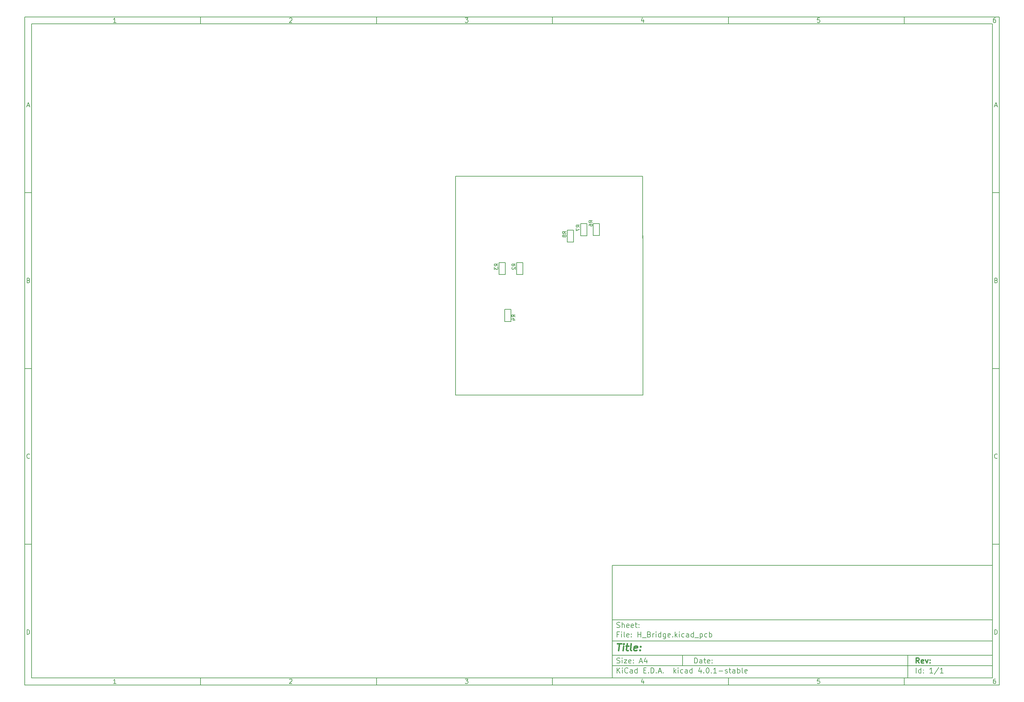
<source format=gbr>
G04 #@! TF.FileFunction,Legend,Bot*
%FSLAX46Y46*%
G04 Gerber Fmt 4.6, Leading zero omitted, Abs format (unit mm)*
G04 Created by KiCad (PCBNEW 4.0.1-stable) date 2/4/2016 7:17:40 PM*
%MOMM*%
G01*
G04 APERTURE LIST*
%ADD10C,0.100000*%
%ADD11C,0.150000*%
%ADD12C,0.300000*%
%ADD13C,0.400000*%
G04 APERTURE END LIST*
D10*
D11*
X177002200Y-166007200D02*
X177002200Y-198007200D01*
X285002200Y-198007200D01*
X285002200Y-166007200D01*
X177002200Y-166007200D01*
D10*
D11*
X10000000Y-10000000D02*
X10000000Y-200007200D01*
X287002200Y-200007200D01*
X287002200Y-10000000D01*
X10000000Y-10000000D01*
D10*
D11*
X12000000Y-12000000D02*
X12000000Y-198007200D01*
X285002200Y-198007200D01*
X285002200Y-12000000D01*
X12000000Y-12000000D01*
D10*
D11*
X60000000Y-12000000D02*
X60000000Y-10000000D01*
D10*
D11*
X110000000Y-12000000D02*
X110000000Y-10000000D01*
D10*
D11*
X160000000Y-12000000D02*
X160000000Y-10000000D01*
D10*
D11*
X210000000Y-12000000D02*
X210000000Y-10000000D01*
D10*
D11*
X260000000Y-12000000D02*
X260000000Y-10000000D01*
D10*
D11*
X35990476Y-11588095D02*
X35247619Y-11588095D01*
X35619048Y-11588095D02*
X35619048Y-10288095D01*
X35495238Y-10473810D01*
X35371429Y-10597619D01*
X35247619Y-10659524D01*
D10*
D11*
X85247619Y-10411905D02*
X85309524Y-10350000D01*
X85433333Y-10288095D01*
X85742857Y-10288095D01*
X85866667Y-10350000D01*
X85928571Y-10411905D01*
X85990476Y-10535714D01*
X85990476Y-10659524D01*
X85928571Y-10845238D01*
X85185714Y-11588095D01*
X85990476Y-11588095D01*
D10*
D11*
X135185714Y-10288095D02*
X135990476Y-10288095D01*
X135557143Y-10783333D01*
X135742857Y-10783333D01*
X135866667Y-10845238D01*
X135928571Y-10907143D01*
X135990476Y-11030952D01*
X135990476Y-11340476D01*
X135928571Y-11464286D01*
X135866667Y-11526190D01*
X135742857Y-11588095D01*
X135371429Y-11588095D01*
X135247619Y-11526190D01*
X135185714Y-11464286D01*
D10*
D11*
X185866667Y-10721429D02*
X185866667Y-11588095D01*
X185557143Y-10226190D02*
X185247619Y-11154762D01*
X186052381Y-11154762D01*
D10*
D11*
X235928571Y-10288095D02*
X235309524Y-10288095D01*
X235247619Y-10907143D01*
X235309524Y-10845238D01*
X235433333Y-10783333D01*
X235742857Y-10783333D01*
X235866667Y-10845238D01*
X235928571Y-10907143D01*
X235990476Y-11030952D01*
X235990476Y-11340476D01*
X235928571Y-11464286D01*
X235866667Y-11526190D01*
X235742857Y-11588095D01*
X235433333Y-11588095D01*
X235309524Y-11526190D01*
X235247619Y-11464286D01*
D10*
D11*
X285866667Y-10288095D02*
X285619048Y-10288095D01*
X285495238Y-10350000D01*
X285433333Y-10411905D01*
X285309524Y-10597619D01*
X285247619Y-10845238D01*
X285247619Y-11340476D01*
X285309524Y-11464286D01*
X285371429Y-11526190D01*
X285495238Y-11588095D01*
X285742857Y-11588095D01*
X285866667Y-11526190D01*
X285928571Y-11464286D01*
X285990476Y-11340476D01*
X285990476Y-11030952D01*
X285928571Y-10907143D01*
X285866667Y-10845238D01*
X285742857Y-10783333D01*
X285495238Y-10783333D01*
X285371429Y-10845238D01*
X285309524Y-10907143D01*
X285247619Y-11030952D01*
D10*
D11*
X60000000Y-198007200D02*
X60000000Y-200007200D01*
D10*
D11*
X110000000Y-198007200D02*
X110000000Y-200007200D01*
D10*
D11*
X160000000Y-198007200D02*
X160000000Y-200007200D01*
D10*
D11*
X210000000Y-198007200D02*
X210000000Y-200007200D01*
D10*
D11*
X260000000Y-198007200D02*
X260000000Y-200007200D01*
D10*
D11*
X35990476Y-199595295D02*
X35247619Y-199595295D01*
X35619048Y-199595295D02*
X35619048Y-198295295D01*
X35495238Y-198481010D01*
X35371429Y-198604819D01*
X35247619Y-198666724D01*
D10*
D11*
X85247619Y-198419105D02*
X85309524Y-198357200D01*
X85433333Y-198295295D01*
X85742857Y-198295295D01*
X85866667Y-198357200D01*
X85928571Y-198419105D01*
X85990476Y-198542914D01*
X85990476Y-198666724D01*
X85928571Y-198852438D01*
X85185714Y-199595295D01*
X85990476Y-199595295D01*
D10*
D11*
X135185714Y-198295295D02*
X135990476Y-198295295D01*
X135557143Y-198790533D01*
X135742857Y-198790533D01*
X135866667Y-198852438D01*
X135928571Y-198914343D01*
X135990476Y-199038152D01*
X135990476Y-199347676D01*
X135928571Y-199471486D01*
X135866667Y-199533390D01*
X135742857Y-199595295D01*
X135371429Y-199595295D01*
X135247619Y-199533390D01*
X135185714Y-199471486D01*
D10*
D11*
X185866667Y-198728629D02*
X185866667Y-199595295D01*
X185557143Y-198233390D02*
X185247619Y-199161962D01*
X186052381Y-199161962D01*
D10*
D11*
X235928571Y-198295295D02*
X235309524Y-198295295D01*
X235247619Y-198914343D01*
X235309524Y-198852438D01*
X235433333Y-198790533D01*
X235742857Y-198790533D01*
X235866667Y-198852438D01*
X235928571Y-198914343D01*
X235990476Y-199038152D01*
X235990476Y-199347676D01*
X235928571Y-199471486D01*
X235866667Y-199533390D01*
X235742857Y-199595295D01*
X235433333Y-199595295D01*
X235309524Y-199533390D01*
X235247619Y-199471486D01*
D10*
D11*
X285866667Y-198295295D02*
X285619048Y-198295295D01*
X285495238Y-198357200D01*
X285433333Y-198419105D01*
X285309524Y-198604819D01*
X285247619Y-198852438D01*
X285247619Y-199347676D01*
X285309524Y-199471486D01*
X285371429Y-199533390D01*
X285495238Y-199595295D01*
X285742857Y-199595295D01*
X285866667Y-199533390D01*
X285928571Y-199471486D01*
X285990476Y-199347676D01*
X285990476Y-199038152D01*
X285928571Y-198914343D01*
X285866667Y-198852438D01*
X285742857Y-198790533D01*
X285495238Y-198790533D01*
X285371429Y-198852438D01*
X285309524Y-198914343D01*
X285247619Y-199038152D01*
D10*
D11*
X10000000Y-60000000D02*
X12000000Y-60000000D01*
D10*
D11*
X10000000Y-110000000D02*
X12000000Y-110000000D01*
D10*
D11*
X10000000Y-160000000D02*
X12000000Y-160000000D01*
D10*
D11*
X10690476Y-35216667D02*
X11309524Y-35216667D01*
X10566667Y-35588095D02*
X11000000Y-34288095D01*
X11433333Y-35588095D01*
D10*
D11*
X11092857Y-84907143D02*
X11278571Y-84969048D01*
X11340476Y-85030952D01*
X11402381Y-85154762D01*
X11402381Y-85340476D01*
X11340476Y-85464286D01*
X11278571Y-85526190D01*
X11154762Y-85588095D01*
X10659524Y-85588095D01*
X10659524Y-84288095D01*
X11092857Y-84288095D01*
X11216667Y-84350000D01*
X11278571Y-84411905D01*
X11340476Y-84535714D01*
X11340476Y-84659524D01*
X11278571Y-84783333D01*
X11216667Y-84845238D01*
X11092857Y-84907143D01*
X10659524Y-84907143D01*
D10*
D11*
X11402381Y-135464286D02*
X11340476Y-135526190D01*
X11154762Y-135588095D01*
X11030952Y-135588095D01*
X10845238Y-135526190D01*
X10721429Y-135402381D01*
X10659524Y-135278571D01*
X10597619Y-135030952D01*
X10597619Y-134845238D01*
X10659524Y-134597619D01*
X10721429Y-134473810D01*
X10845238Y-134350000D01*
X11030952Y-134288095D01*
X11154762Y-134288095D01*
X11340476Y-134350000D01*
X11402381Y-134411905D01*
D10*
D11*
X10659524Y-185588095D02*
X10659524Y-184288095D01*
X10969048Y-184288095D01*
X11154762Y-184350000D01*
X11278571Y-184473810D01*
X11340476Y-184597619D01*
X11402381Y-184845238D01*
X11402381Y-185030952D01*
X11340476Y-185278571D01*
X11278571Y-185402381D01*
X11154762Y-185526190D01*
X10969048Y-185588095D01*
X10659524Y-185588095D01*
D10*
D11*
X287002200Y-60000000D02*
X285002200Y-60000000D01*
D10*
D11*
X287002200Y-110000000D02*
X285002200Y-110000000D01*
D10*
D11*
X287002200Y-160000000D02*
X285002200Y-160000000D01*
D10*
D11*
X285692676Y-35216667D02*
X286311724Y-35216667D01*
X285568867Y-35588095D02*
X286002200Y-34288095D01*
X286435533Y-35588095D01*
D10*
D11*
X286095057Y-84907143D02*
X286280771Y-84969048D01*
X286342676Y-85030952D01*
X286404581Y-85154762D01*
X286404581Y-85340476D01*
X286342676Y-85464286D01*
X286280771Y-85526190D01*
X286156962Y-85588095D01*
X285661724Y-85588095D01*
X285661724Y-84288095D01*
X286095057Y-84288095D01*
X286218867Y-84350000D01*
X286280771Y-84411905D01*
X286342676Y-84535714D01*
X286342676Y-84659524D01*
X286280771Y-84783333D01*
X286218867Y-84845238D01*
X286095057Y-84907143D01*
X285661724Y-84907143D01*
D10*
D11*
X286404581Y-135464286D02*
X286342676Y-135526190D01*
X286156962Y-135588095D01*
X286033152Y-135588095D01*
X285847438Y-135526190D01*
X285723629Y-135402381D01*
X285661724Y-135278571D01*
X285599819Y-135030952D01*
X285599819Y-134845238D01*
X285661724Y-134597619D01*
X285723629Y-134473810D01*
X285847438Y-134350000D01*
X286033152Y-134288095D01*
X286156962Y-134288095D01*
X286342676Y-134350000D01*
X286404581Y-134411905D01*
D10*
D11*
X285661724Y-185588095D02*
X285661724Y-184288095D01*
X285971248Y-184288095D01*
X286156962Y-184350000D01*
X286280771Y-184473810D01*
X286342676Y-184597619D01*
X286404581Y-184845238D01*
X286404581Y-185030952D01*
X286342676Y-185278571D01*
X286280771Y-185402381D01*
X286156962Y-185526190D01*
X285971248Y-185588095D01*
X285661724Y-185588095D01*
D10*
D11*
X200359343Y-193785771D02*
X200359343Y-192285771D01*
X200716486Y-192285771D01*
X200930771Y-192357200D01*
X201073629Y-192500057D01*
X201145057Y-192642914D01*
X201216486Y-192928629D01*
X201216486Y-193142914D01*
X201145057Y-193428629D01*
X201073629Y-193571486D01*
X200930771Y-193714343D01*
X200716486Y-193785771D01*
X200359343Y-193785771D01*
X202502200Y-193785771D02*
X202502200Y-193000057D01*
X202430771Y-192857200D01*
X202287914Y-192785771D01*
X202002200Y-192785771D01*
X201859343Y-192857200D01*
X202502200Y-193714343D02*
X202359343Y-193785771D01*
X202002200Y-193785771D01*
X201859343Y-193714343D01*
X201787914Y-193571486D01*
X201787914Y-193428629D01*
X201859343Y-193285771D01*
X202002200Y-193214343D01*
X202359343Y-193214343D01*
X202502200Y-193142914D01*
X203002200Y-192785771D02*
X203573629Y-192785771D01*
X203216486Y-192285771D02*
X203216486Y-193571486D01*
X203287914Y-193714343D01*
X203430772Y-193785771D01*
X203573629Y-193785771D01*
X204645057Y-193714343D02*
X204502200Y-193785771D01*
X204216486Y-193785771D01*
X204073629Y-193714343D01*
X204002200Y-193571486D01*
X204002200Y-193000057D01*
X204073629Y-192857200D01*
X204216486Y-192785771D01*
X204502200Y-192785771D01*
X204645057Y-192857200D01*
X204716486Y-193000057D01*
X204716486Y-193142914D01*
X204002200Y-193285771D01*
X205359343Y-193642914D02*
X205430771Y-193714343D01*
X205359343Y-193785771D01*
X205287914Y-193714343D01*
X205359343Y-193642914D01*
X205359343Y-193785771D01*
X205359343Y-192857200D02*
X205430771Y-192928629D01*
X205359343Y-193000057D01*
X205287914Y-192928629D01*
X205359343Y-192857200D01*
X205359343Y-193000057D01*
D10*
D11*
X177002200Y-194507200D02*
X285002200Y-194507200D01*
D10*
D11*
X178359343Y-196585771D02*
X178359343Y-195085771D01*
X179216486Y-196585771D02*
X178573629Y-195728629D01*
X179216486Y-195085771D02*
X178359343Y-195942914D01*
X179859343Y-196585771D02*
X179859343Y-195585771D01*
X179859343Y-195085771D02*
X179787914Y-195157200D01*
X179859343Y-195228629D01*
X179930771Y-195157200D01*
X179859343Y-195085771D01*
X179859343Y-195228629D01*
X181430772Y-196442914D02*
X181359343Y-196514343D01*
X181145057Y-196585771D01*
X181002200Y-196585771D01*
X180787915Y-196514343D01*
X180645057Y-196371486D01*
X180573629Y-196228629D01*
X180502200Y-195942914D01*
X180502200Y-195728629D01*
X180573629Y-195442914D01*
X180645057Y-195300057D01*
X180787915Y-195157200D01*
X181002200Y-195085771D01*
X181145057Y-195085771D01*
X181359343Y-195157200D01*
X181430772Y-195228629D01*
X182716486Y-196585771D02*
X182716486Y-195800057D01*
X182645057Y-195657200D01*
X182502200Y-195585771D01*
X182216486Y-195585771D01*
X182073629Y-195657200D01*
X182716486Y-196514343D02*
X182573629Y-196585771D01*
X182216486Y-196585771D01*
X182073629Y-196514343D01*
X182002200Y-196371486D01*
X182002200Y-196228629D01*
X182073629Y-196085771D01*
X182216486Y-196014343D01*
X182573629Y-196014343D01*
X182716486Y-195942914D01*
X184073629Y-196585771D02*
X184073629Y-195085771D01*
X184073629Y-196514343D02*
X183930772Y-196585771D01*
X183645058Y-196585771D01*
X183502200Y-196514343D01*
X183430772Y-196442914D01*
X183359343Y-196300057D01*
X183359343Y-195871486D01*
X183430772Y-195728629D01*
X183502200Y-195657200D01*
X183645058Y-195585771D01*
X183930772Y-195585771D01*
X184073629Y-195657200D01*
X185930772Y-195800057D02*
X186430772Y-195800057D01*
X186645058Y-196585771D02*
X185930772Y-196585771D01*
X185930772Y-195085771D01*
X186645058Y-195085771D01*
X187287915Y-196442914D02*
X187359343Y-196514343D01*
X187287915Y-196585771D01*
X187216486Y-196514343D01*
X187287915Y-196442914D01*
X187287915Y-196585771D01*
X188002201Y-196585771D02*
X188002201Y-195085771D01*
X188359344Y-195085771D01*
X188573629Y-195157200D01*
X188716487Y-195300057D01*
X188787915Y-195442914D01*
X188859344Y-195728629D01*
X188859344Y-195942914D01*
X188787915Y-196228629D01*
X188716487Y-196371486D01*
X188573629Y-196514343D01*
X188359344Y-196585771D01*
X188002201Y-196585771D01*
X189502201Y-196442914D02*
X189573629Y-196514343D01*
X189502201Y-196585771D01*
X189430772Y-196514343D01*
X189502201Y-196442914D01*
X189502201Y-196585771D01*
X190145058Y-196157200D02*
X190859344Y-196157200D01*
X190002201Y-196585771D02*
X190502201Y-195085771D01*
X191002201Y-196585771D01*
X191502201Y-196442914D02*
X191573629Y-196514343D01*
X191502201Y-196585771D01*
X191430772Y-196514343D01*
X191502201Y-196442914D01*
X191502201Y-196585771D01*
X194502201Y-196585771D02*
X194502201Y-195085771D01*
X194645058Y-196014343D02*
X195073629Y-196585771D01*
X195073629Y-195585771D02*
X194502201Y-196157200D01*
X195716487Y-196585771D02*
X195716487Y-195585771D01*
X195716487Y-195085771D02*
X195645058Y-195157200D01*
X195716487Y-195228629D01*
X195787915Y-195157200D01*
X195716487Y-195085771D01*
X195716487Y-195228629D01*
X197073630Y-196514343D02*
X196930773Y-196585771D01*
X196645059Y-196585771D01*
X196502201Y-196514343D01*
X196430773Y-196442914D01*
X196359344Y-196300057D01*
X196359344Y-195871486D01*
X196430773Y-195728629D01*
X196502201Y-195657200D01*
X196645059Y-195585771D01*
X196930773Y-195585771D01*
X197073630Y-195657200D01*
X198359344Y-196585771D02*
X198359344Y-195800057D01*
X198287915Y-195657200D01*
X198145058Y-195585771D01*
X197859344Y-195585771D01*
X197716487Y-195657200D01*
X198359344Y-196514343D02*
X198216487Y-196585771D01*
X197859344Y-196585771D01*
X197716487Y-196514343D01*
X197645058Y-196371486D01*
X197645058Y-196228629D01*
X197716487Y-196085771D01*
X197859344Y-196014343D01*
X198216487Y-196014343D01*
X198359344Y-195942914D01*
X199716487Y-196585771D02*
X199716487Y-195085771D01*
X199716487Y-196514343D02*
X199573630Y-196585771D01*
X199287916Y-196585771D01*
X199145058Y-196514343D01*
X199073630Y-196442914D01*
X199002201Y-196300057D01*
X199002201Y-195871486D01*
X199073630Y-195728629D01*
X199145058Y-195657200D01*
X199287916Y-195585771D01*
X199573630Y-195585771D01*
X199716487Y-195657200D01*
X202216487Y-195585771D02*
X202216487Y-196585771D01*
X201859344Y-195014343D02*
X201502201Y-196085771D01*
X202430773Y-196085771D01*
X203002201Y-196442914D02*
X203073629Y-196514343D01*
X203002201Y-196585771D01*
X202930772Y-196514343D01*
X203002201Y-196442914D01*
X203002201Y-196585771D01*
X204002201Y-195085771D02*
X204145058Y-195085771D01*
X204287915Y-195157200D01*
X204359344Y-195228629D01*
X204430773Y-195371486D01*
X204502201Y-195657200D01*
X204502201Y-196014343D01*
X204430773Y-196300057D01*
X204359344Y-196442914D01*
X204287915Y-196514343D01*
X204145058Y-196585771D01*
X204002201Y-196585771D01*
X203859344Y-196514343D01*
X203787915Y-196442914D01*
X203716487Y-196300057D01*
X203645058Y-196014343D01*
X203645058Y-195657200D01*
X203716487Y-195371486D01*
X203787915Y-195228629D01*
X203859344Y-195157200D01*
X204002201Y-195085771D01*
X205145058Y-196442914D02*
X205216486Y-196514343D01*
X205145058Y-196585771D01*
X205073629Y-196514343D01*
X205145058Y-196442914D01*
X205145058Y-196585771D01*
X206645058Y-196585771D02*
X205787915Y-196585771D01*
X206216487Y-196585771D02*
X206216487Y-195085771D01*
X206073630Y-195300057D01*
X205930772Y-195442914D01*
X205787915Y-195514343D01*
X207287915Y-196014343D02*
X208430772Y-196014343D01*
X209073629Y-196514343D02*
X209216486Y-196585771D01*
X209502201Y-196585771D01*
X209645058Y-196514343D01*
X209716486Y-196371486D01*
X209716486Y-196300057D01*
X209645058Y-196157200D01*
X209502201Y-196085771D01*
X209287915Y-196085771D01*
X209145058Y-196014343D01*
X209073629Y-195871486D01*
X209073629Y-195800057D01*
X209145058Y-195657200D01*
X209287915Y-195585771D01*
X209502201Y-195585771D01*
X209645058Y-195657200D01*
X210145058Y-195585771D02*
X210716487Y-195585771D01*
X210359344Y-195085771D02*
X210359344Y-196371486D01*
X210430772Y-196514343D01*
X210573630Y-196585771D01*
X210716487Y-196585771D01*
X211859344Y-196585771D02*
X211859344Y-195800057D01*
X211787915Y-195657200D01*
X211645058Y-195585771D01*
X211359344Y-195585771D01*
X211216487Y-195657200D01*
X211859344Y-196514343D02*
X211716487Y-196585771D01*
X211359344Y-196585771D01*
X211216487Y-196514343D01*
X211145058Y-196371486D01*
X211145058Y-196228629D01*
X211216487Y-196085771D01*
X211359344Y-196014343D01*
X211716487Y-196014343D01*
X211859344Y-195942914D01*
X212573630Y-196585771D02*
X212573630Y-195085771D01*
X212573630Y-195657200D02*
X212716487Y-195585771D01*
X213002201Y-195585771D01*
X213145058Y-195657200D01*
X213216487Y-195728629D01*
X213287916Y-195871486D01*
X213287916Y-196300057D01*
X213216487Y-196442914D01*
X213145058Y-196514343D01*
X213002201Y-196585771D01*
X212716487Y-196585771D01*
X212573630Y-196514343D01*
X214145059Y-196585771D02*
X214002201Y-196514343D01*
X213930773Y-196371486D01*
X213930773Y-195085771D01*
X215287915Y-196514343D02*
X215145058Y-196585771D01*
X214859344Y-196585771D01*
X214716487Y-196514343D01*
X214645058Y-196371486D01*
X214645058Y-195800057D01*
X214716487Y-195657200D01*
X214859344Y-195585771D01*
X215145058Y-195585771D01*
X215287915Y-195657200D01*
X215359344Y-195800057D01*
X215359344Y-195942914D01*
X214645058Y-196085771D01*
D10*
D11*
X177002200Y-191507200D02*
X285002200Y-191507200D01*
D10*
D12*
X264216486Y-193785771D02*
X263716486Y-193071486D01*
X263359343Y-193785771D02*
X263359343Y-192285771D01*
X263930771Y-192285771D01*
X264073629Y-192357200D01*
X264145057Y-192428629D01*
X264216486Y-192571486D01*
X264216486Y-192785771D01*
X264145057Y-192928629D01*
X264073629Y-193000057D01*
X263930771Y-193071486D01*
X263359343Y-193071486D01*
X265430771Y-193714343D02*
X265287914Y-193785771D01*
X265002200Y-193785771D01*
X264859343Y-193714343D01*
X264787914Y-193571486D01*
X264787914Y-193000057D01*
X264859343Y-192857200D01*
X265002200Y-192785771D01*
X265287914Y-192785771D01*
X265430771Y-192857200D01*
X265502200Y-193000057D01*
X265502200Y-193142914D01*
X264787914Y-193285771D01*
X266002200Y-192785771D02*
X266359343Y-193785771D01*
X266716485Y-192785771D01*
X267287914Y-193642914D02*
X267359342Y-193714343D01*
X267287914Y-193785771D01*
X267216485Y-193714343D01*
X267287914Y-193642914D01*
X267287914Y-193785771D01*
X267287914Y-192857200D02*
X267359342Y-192928629D01*
X267287914Y-193000057D01*
X267216485Y-192928629D01*
X267287914Y-192857200D01*
X267287914Y-193000057D01*
D10*
D11*
X178287914Y-193714343D02*
X178502200Y-193785771D01*
X178859343Y-193785771D01*
X179002200Y-193714343D01*
X179073629Y-193642914D01*
X179145057Y-193500057D01*
X179145057Y-193357200D01*
X179073629Y-193214343D01*
X179002200Y-193142914D01*
X178859343Y-193071486D01*
X178573629Y-193000057D01*
X178430771Y-192928629D01*
X178359343Y-192857200D01*
X178287914Y-192714343D01*
X178287914Y-192571486D01*
X178359343Y-192428629D01*
X178430771Y-192357200D01*
X178573629Y-192285771D01*
X178930771Y-192285771D01*
X179145057Y-192357200D01*
X179787914Y-193785771D02*
X179787914Y-192785771D01*
X179787914Y-192285771D02*
X179716485Y-192357200D01*
X179787914Y-192428629D01*
X179859342Y-192357200D01*
X179787914Y-192285771D01*
X179787914Y-192428629D01*
X180359343Y-192785771D02*
X181145057Y-192785771D01*
X180359343Y-193785771D01*
X181145057Y-193785771D01*
X182287914Y-193714343D02*
X182145057Y-193785771D01*
X181859343Y-193785771D01*
X181716486Y-193714343D01*
X181645057Y-193571486D01*
X181645057Y-193000057D01*
X181716486Y-192857200D01*
X181859343Y-192785771D01*
X182145057Y-192785771D01*
X182287914Y-192857200D01*
X182359343Y-193000057D01*
X182359343Y-193142914D01*
X181645057Y-193285771D01*
X183002200Y-193642914D02*
X183073628Y-193714343D01*
X183002200Y-193785771D01*
X182930771Y-193714343D01*
X183002200Y-193642914D01*
X183002200Y-193785771D01*
X183002200Y-192857200D02*
X183073628Y-192928629D01*
X183002200Y-193000057D01*
X182930771Y-192928629D01*
X183002200Y-192857200D01*
X183002200Y-193000057D01*
X184787914Y-193357200D02*
X185502200Y-193357200D01*
X184645057Y-193785771D02*
X185145057Y-192285771D01*
X185645057Y-193785771D01*
X186787914Y-192785771D02*
X186787914Y-193785771D01*
X186430771Y-192214343D02*
X186073628Y-193285771D01*
X187002200Y-193285771D01*
D10*
D11*
X263359343Y-196585771D02*
X263359343Y-195085771D01*
X264716486Y-196585771D02*
X264716486Y-195085771D01*
X264716486Y-196514343D02*
X264573629Y-196585771D01*
X264287915Y-196585771D01*
X264145057Y-196514343D01*
X264073629Y-196442914D01*
X264002200Y-196300057D01*
X264002200Y-195871486D01*
X264073629Y-195728629D01*
X264145057Y-195657200D01*
X264287915Y-195585771D01*
X264573629Y-195585771D01*
X264716486Y-195657200D01*
X265430772Y-196442914D02*
X265502200Y-196514343D01*
X265430772Y-196585771D01*
X265359343Y-196514343D01*
X265430772Y-196442914D01*
X265430772Y-196585771D01*
X265430772Y-195657200D02*
X265502200Y-195728629D01*
X265430772Y-195800057D01*
X265359343Y-195728629D01*
X265430772Y-195657200D01*
X265430772Y-195800057D01*
X268073629Y-196585771D02*
X267216486Y-196585771D01*
X267645058Y-196585771D02*
X267645058Y-195085771D01*
X267502201Y-195300057D01*
X267359343Y-195442914D01*
X267216486Y-195514343D01*
X269787914Y-195014343D02*
X268502200Y-196942914D01*
X271073629Y-196585771D02*
X270216486Y-196585771D01*
X270645058Y-196585771D02*
X270645058Y-195085771D01*
X270502201Y-195300057D01*
X270359343Y-195442914D01*
X270216486Y-195514343D01*
D10*
D11*
X177002200Y-187507200D02*
X285002200Y-187507200D01*
D10*
D13*
X178454581Y-188211962D02*
X179597438Y-188211962D01*
X178776010Y-190211962D02*
X179026010Y-188211962D01*
X180014105Y-190211962D02*
X180180771Y-188878629D01*
X180264105Y-188211962D02*
X180156962Y-188307200D01*
X180240295Y-188402438D01*
X180347439Y-188307200D01*
X180264105Y-188211962D01*
X180240295Y-188402438D01*
X180847438Y-188878629D02*
X181609343Y-188878629D01*
X181216486Y-188211962D02*
X181002200Y-189926248D01*
X181073630Y-190116724D01*
X181252201Y-190211962D01*
X181442677Y-190211962D01*
X182395058Y-190211962D02*
X182216487Y-190116724D01*
X182145057Y-189926248D01*
X182359343Y-188211962D01*
X183930772Y-190116724D02*
X183728391Y-190211962D01*
X183347439Y-190211962D01*
X183168867Y-190116724D01*
X183097438Y-189926248D01*
X183192676Y-189164343D01*
X183311724Y-188973867D01*
X183514105Y-188878629D01*
X183895057Y-188878629D01*
X184073629Y-188973867D01*
X184145057Y-189164343D01*
X184121248Y-189354819D01*
X183145057Y-189545295D01*
X184895057Y-190021486D02*
X184978392Y-190116724D01*
X184871248Y-190211962D01*
X184787915Y-190116724D01*
X184895057Y-190021486D01*
X184871248Y-190211962D01*
X185026010Y-188973867D02*
X185109344Y-189069105D01*
X185002200Y-189164343D01*
X184918867Y-189069105D01*
X185026010Y-188973867D01*
X185002200Y-189164343D01*
D10*
D11*
X178859343Y-185600057D02*
X178359343Y-185600057D01*
X178359343Y-186385771D02*
X178359343Y-184885771D01*
X179073629Y-184885771D01*
X179645057Y-186385771D02*
X179645057Y-185385771D01*
X179645057Y-184885771D02*
X179573628Y-184957200D01*
X179645057Y-185028629D01*
X179716485Y-184957200D01*
X179645057Y-184885771D01*
X179645057Y-185028629D01*
X180573629Y-186385771D02*
X180430771Y-186314343D01*
X180359343Y-186171486D01*
X180359343Y-184885771D01*
X181716485Y-186314343D02*
X181573628Y-186385771D01*
X181287914Y-186385771D01*
X181145057Y-186314343D01*
X181073628Y-186171486D01*
X181073628Y-185600057D01*
X181145057Y-185457200D01*
X181287914Y-185385771D01*
X181573628Y-185385771D01*
X181716485Y-185457200D01*
X181787914Y-185600057D01*
X181787914Y-185742914D01*
X181073628Y-185885771D01*
X182430771Y-186242914D02*
X182502199Y-186314343D01*
X182430771Y-186385771D01*
X182359342Y-186314343D01*
X182430771Y-186242914D01*
X182430771Y-186385771D01*
X182430771Y-185457200D02*
X182502199Y-185528629D01*
X182430771Y-185600057D01*
X182359342Y-185528629D01*
X182430771Y-185457200D01*
X182430771Y-185600057D01*
X184287914Y-186385771D02*
X184287914Y-184885771D01*
X184287914Y-185600057D02*
X185145057Y-185600057D01*
X185145057Y-186385771D02*
X185145057Y-184885771D01*
X185502200Y-186528629D02*
X186645057Y-186528629D01*
X187502200Y-185600057D02*
X187716486Y-185671486D01*
X187787914Y-185742914D01*
X187859343Y-185885771D01*
X187859343Y-186100057D01*
X187787914Y-186242914D01*
X187716486Y-186314343D01*
X187573628Y-186385771D01*
X187002200Y-186385771D01*
X187002200Y-184885771D01*
X187502200Y-184885771D01*
X187645057Y-184957200D01*
X187716486Y-185028629D01*
X187787914Y-185171486D01*
X187787914Y-185314343D01*
X187716486Y-185457200D01*
X187645057Y-185528629D01*
X187502200Y-185600057D01*
X187002200Y-185600057D01*
X188502200Y-186385771D02*
X188502200Y-185385771D01*
X188502200Y-185671486D02*
X188573628Y-185528629D01*
X188645057Y-185457200D01*
X188787914Y-185385771D01*
X188930771Y-185385771D01*
X189430771Y-186385771D02*
X189430771Y-185385771D01*
X189430771Y-184885771D02*
X189359342Y-184957200D01*
X189430771Y-185028629D01*
X189502199Y-184957200D01*
X189430771Y-184885771D01*
X189430771Y-185028629D01*
X190787914Y-186385771D02*
X190787914Y-184885771D01*
X190787914Y-186314343D02*
X190645057Y-186385771D01*
X190359343Y-186385771D01*
X190216485Y-186314343D01*
X190145057Y-186242914D01*
X190073628Y-186100057D01*
X190073628Y-185671486D01*
X190145057Y-185528629D01*
X190216485Y-185457200D01*
X190359343Y-185385771D01*
X190645057Y-185385771D01*
X190787914Y-185457200D01*
X192145057Y-185385771D02*
X192145057Y-186600057D01*
X192073628Y-186742914D01*
X192002200Y-186814343D01*
X191859343Y-186885771D01*
X191645057Y-186885771D01*
X191502200Y-186814343D01*
X192145057Y-186314343D02*
X192002200Y-186385771D01*
X191716486Y-186385771D01*
X191573628Y-186314343D01*
X191502200Y-186242914D01*
X191430771Y-186100057D01*
X191430771Y-185671486D01*
X191502200Y-185528629D01*
X191573628Y-185457200D01*
X191716486Y-185385771D01*
X192002200Y-185385771D01*
X192145057Y-185457200D01*
X193430771Y-186314343D02*
X193287914Y-186385771D01*
X193002200Y-186385771D01*
X192859343Y-186314343D01*
X192787914Y-186171486D01*
X192787914Y-185600057D01*
X192859343Y-185457200D01*
X193002200Y-185385771D01*
X193287914Y-185385771D01*
X193430771Y-185457200D01*
X193502200Y-185600057D01*
X193502200Y-185742914D01*
X192787914Y-185885771D01*
X194145057Y-186242914D02*
X194216485Y-186314343D01*
X194145057Y-186385771D01*
X194073628Y-186314343D01*
X194145057Y-186242914D01*
X194145057Y-186385771D01*
X194859343Y-186385771D02*
X194859343Y-184885771D01*
X195002200Y-185814343D02*
X195430771Y-186385771D01*
X195430771Y-185385771D02*
X194859343Y-185957200D01*
X196073629Y-186385771D02*
X196073629Y-185385771D01*
X196073629Y-184885771D02*
X196002200Y-184957200D01*
X196073629Y-185028629D01*
X196145057Y-184957200D01*
X196073629Y-184885771D01*
X196073629Y-185028629D01*
X197430772Y-186314343D02*
X197287915Y-186385771D01*
X197002201Y-186385771D01*
X196859343Y-186314343D01*
X196787915Y-186242914D01*
X196716486Y-186100057D01*
X196716486Y-185671486D01*
X196787915Y-185528629D01*
X196859343Y-185457200D01*
X197002201Y-185385771D01*
X197287915Y-185385771D01*
X197430772Y-185457200D01*
X198716486Y-186385771D02*
X198716486Y-185600057D01*
X198645057Y-185457200D01*
X198502200Y-185385771D01*
X198216486Y-185385771D01*
X198073629Y-185457200D01*
X198716486Y-186314343D02*
X198573629Y-186385771D01*
X198216486Y-186385771D01*
X198073629Y-186314343D01*
X198002200Y-186171486D01*
X198002200Y-186028629D01*
X198073629Y-185885771D01*
X198216486Y-185814343D01*
X198573629Y-185814343D01*
X198716486Y-185742914D01*
X200073629Y-186385771D02*
X200073629Y-184885771D01*
X200073629Y-186314343D02*
X199930772Y-186385771D01*
X199645058Y-186385771D01*
X199502200Y-186314343D01*
X199430772Y-186242914D01*
X199359343Y-186100057D01*
X199359343Y-185671486D01*
X199430772Y-185528629D01*
X199502200Y-185457200D01*
X199645058Y-185385771D01*
X199930772Y-185385771D01*
X200073629Y-185457200D01*
X200430772Y-186528629D02*
X201573629Y-186528629D01*
X201930772Y-185385771D02*
X201930772Y-186885771D01*
X201930772Y-185457200D02*
X202073629Y-185385771D01*
X202359343Y-185385771D01*
X202502200Y-185457200D01*
X202573629Y-185528629D01*
X202645058Y-185671486D01*
X202645058Y-186100057D01*
X202573629Y-186242914D01*
X202502200Y-186314343D01*
X202359343Y-186385771D01*
X202073629Y-186385771D01*
X201930772Y-186314343D01*
X203930772Y-186314343D02*
X203787915Y-186385771D01*
X203502201Y-186385771D01*
X203359343Y-186314343D01*
X203287915Y-186242914D01*
X203216486Y-186100057D01*
X203216486Y-185671486D01*
X203287915Y-185528629D01*
X203359343Y-185457200D01*
X203502201Y-185385771D01*
X203787915Y-185385771D01*
X203930772Y-185457200D01*
X204573629Y-186385771D02*
X204573629Y-184885771D01*
X204573629Y-185457200D02*
X204716486Y-185385771D01*
X205002200Y-185385771D01*
X205145057Y-185457200D01*
X205216486Y-185528629D01*
X205287915Y-185671486D01*
X205287915Y-186100057D01*
X205216486Y-186242914D01*
X205145057Y-186314343D01*
X205002200Y-186385771D01*
X204716486Y-186385771D01*
X204573629Y-186314343D01*
D10*
D11*
X177002200Y-181507200D02*
X285002200Y-181507200D01*
D10*
D11*
X178287914Y-183614343D02*
X178502200Y-183685771D01*
X178859343Y-183685771D01*
X179002200Y-183614343D01*
X179073629Y-183542914D01*
X179145057Y-183400057D01*
X179145057Y-183257200D01*
X179073629Y-183114343D01*
X179002200Y-183042914D01*
X178859343Y-182971486D01*
X178573629Y-182900057D01*
X178430771Y-182828629D01*
X178359343Y-182757200D01*
X178287914Y-182614343D01*
X178287914Y-182471486D01*
X178359343Y-182328629D01*
X178430771Y-182257200D01*
X178573629Y-182185771D01*
X178930771Y-182185771D01*
X179145057Y-182257200D01*
X179787914Y-183685771D02*
X179787914Y-182185771D01*
X180430771Y-183685771D02*
X180430771Y-182900057D01*
X180359342Y-182757200D01*
X180216485Y-182685771D01*
X180002200Y-182685771D01*
X179859342Y-182757200D01*
X179787914Y-182828629D01*
X181716485Y-183614343D02*
X181573628Y-183685771D01*
X181287914Y-183685771D01*
X181145057Y-183614343D01*
X181073628Y-183471486D01*
X181073628Y-182900057D01*
X181145057Y-182757200D01*
X181287914Y-182685771D01*
X181573628Y-182685771D01*
X181716485Y-182757200D01*
X181787914Y-182900057D01*
X181787914Y-183042914D01*
X181073628Y-183185771D01*
X183002199Y-183614343D02*
X182859342Y-183685771D01*
X182573628Y-183685771D01*
X182430771Y-183614343D01*
X182359342Y-183471486D01*
X182359342Y-182900057D01*
X182430771Y-182757200D01*
X182573628Y-182685771D01*
X182859342Y-182685771D01*
X183002199Y-182757200D01*
X183073628Y-182900057D01*
X183073628Y-183042914D01*
X182359342Y-183185771D01*
X183502199Y-182685771D02*
X184073628Y-182685771D01*
X183716485Y-182185771D02*
X183716485Y-183471486D01*
X183787913Y-183614343D01*
X183930771Y-183685771D01*
X184073628Y-183685771D01*
X184573628Y-183542914D02*
X184645056Y-183614343D01*
X184573628Y-183685771D01*
X184502199Y-183614343D01*
X184573628Y-183542914D01*
X184573628Y-183685771D01*
X184573628Y-182757200D02*
X184645056Y-182828629D01*
X184573628Y-182900057D01*
X184502199Y-182828629D01*
X184573628Y-182757200D01*
X184573628Y-182900057D01*
D10*
D11*
X197002200Y-191507200D02*
X197002200Y-194507200D01*
D10*
D11*
X261002200Y-191507200D02*
X261002200Y-198007200D01*
X185670000Y-117570000D02*
X185670000Y-72200000D01*
X132440000Y-117570000D02*
X185670000Y-117570000D01*
X132440000Y-55320000D02*
X132440000Y-117570000D01*
X133830000Y-55320000D02*
X132440000Y-55320000D01*
X185620000Y-55320000D02*
X133830000Y-55320000D01*
X185620000Y-55930000D02*
X185620000Y-55320000D01*
X185620000Y-57070000D02*
X185620000Y-55930000D01*
X185620000Y-58050000D02*
X185620000Y-57070000D01*
X185620000Y-72900000D02*
X185620000Y-58050000D01*
X149801000Y-79858000D02*
X151579000Y-79858000D01*
X151579000Y-79858000D02*
X151579000Y-83287000D01*
X151579000Y-83287000D02*
X149801000Y-83287000D01*
X149801000Y-83287000D02*
X149801000Y-79858000D01*
X144801000Y-79858000D02*
X146579000Y-79858000D01*
X146579000Y-79858000D02*
X146579000Y-83287000D01*
X146579000Y-83287000D02*
X144801000Y-83287000D01*
X144801000Y-83287000D02*
X144801000Y-79858000D01*
X148179000Y-96622000D02*
X146401000Y-96622000D01*
X146401000Y-96622000D02*
X146401000Y-93193000D01*
X146401000Y-93193000D02*
X148179000Y-93193000D01*
X148179000Y-93193000D02*
X148179000Y-96622000D01*
X171561000Y-68758000D02*
X173339000Y-68758000D01*
X173339000Y-68758000D02*
X173339000Y-72187000D01*
X173339000Y-72187000D02*
X171561000Y-72187000D01*
X171561000Y-72187000D02*
X171561000Y-68758000D01*
X168011000Y-68808000D02*
X169789000Y-68808000D01*
X169789000Y-68808000D02*
X169789000Y-72237000D01*
X169789000Y-72237000D02*
X168011000Y-72237000D01*
X168011000Y-72237000D02*
X168011000Y-68808000D01*
X164161000Y-70638000D02*
X165939000Y-70638000D01*
X165939000Y-70638000D02*
X165939000Y-74067000D01*
X165939000Y-74067000D02*
X164161000Y-74067000D01*
X164161000Y-74067000D02*
X164161000Y-70638000D01*
X149491381Y-80834334D02*
X149015190Y-80501000D01*
X149491381Y-80262905D02*
X148491381Y-80262905D01*
X148491381Y-80643858D01*
X148539000Y-80739096D01*
X148586619Y-80786715D01*
X148681857Y-80834334D01*
X148824714Y-80834334D01*
X148919952Y-80786715D01*
X148967571Y-80739096D01*
X149015190Y-80643858D01*
X149015190Y-80262905D01*
X148586619Y-81215286D02*
X148539000Y-81262905D01*
X148491381Y-81358143D01*
X148491381Y-81596239D01*
X148539000Y-81691477D01*
X148586619Y-81739096D01*
X148681857Y-81786715D01*
X148777095Y-81786715D01*
X148919952Y-81739096D01*
X149491381Y-81167667D01*
X149491381Y-81786715D01*
X144491381Y-80834334D02*
X144015190Y-80501000D01*
X144491381Y-80262905D02*
X143491381Y-80262905D01*
X143491381Y-80643858D01*
X143539000Y-80739096D01*
X143586619Y-80786715D01*
X143681857Y-80834334D01*
X143824714Y-80834334D01*
X143919952Y-80786715D01*
X143967571Y-80739096D01*
X144015190Y-80643858D01*
X144015190Y-80262905D01*
X143491381Y-81167667D02*
X143491381Y-81786715D01*
X143872333Y-81453381D01*
X143872333Y-81596239D01*
X143919952Y-81691477D01*
X143967571Y-81739096D01*
X144062810Y-81786715D01*
X144300905Y-81786715D01*
X144396143Y-81739096D01*
X144443762Y-81691477D01*
X144491381Y-81596239D01*
X144491381Y-81310524D01*
X144443762Y-81215286D01*
X144396143Y-81167667D01*
X149393381Y-95312334D02*
X148917190Y-94979000D01*
X149393381Y-94740905D02*
X148393381Y-94740905D01*
X148393381Y-95121858D01*
X148441000Y-95217096D01*
X148488619Y-95264715D01*
X148583857Y-95312334D01*
X148726714Y-95312334D01*
X148821952Y-95264715D01*
X148869571Y-95217096D01*
X148917190Y-95121858D01*
X148917190Y-94740905D01*
X148726714Y-96169477D02*
X149393381Y-96169477D01*
X148345762Y-95931381D02*
X149060048Y-95693286D01*
X149060048Y-96312334D01*
X171342381Y-68533334D02*
X170866190Y-68200000D01*
X171342381Y-67961905D02*
X170342381Y-67961905D01*
X170342381Y-68342858D01*
X170390000Y-68438096D01*
X170437619Y-68485715D01*
X170532857Y-68533334D01*
X170675714Y-68533334D01*
X170770952Y-68485715D01*
X170818571Y-68438096D01*
X170866190Y-68342858D01*
X170866190Y-67961905D01*
X170342381Y-69390477D02*
X170342381Y-69200000D01*
X170390000Y-69104762D01*
X170437619Y-69057143D01*
X170580476Y-68961905D01*
X170770952Y-68914286D01*
X171151905Y-68914286D01*
X171247143Y-68961905D01*
X171294762Y-69009524D01*
X171342381Y-69104762D01*
X171342381Y-69295239D01*
X171294762Y-69390477D01*
X171247143Y-69438096D01*
X171151905Y-69485715D01*
X170913810Y-69485715D01*
X170818571Y-69438096D01*
X170770952Y-69390477D01*
X170723333Y-69295239D01*
X170723333Y-69104762D01*
X170770952Y-69009524D01*
X170818571Y-68961905D01*
X170913810Y-68914286D01*
X167701381Y-69784334D02*
X167225190Y-69451000D01*
X167701381Y-69212905D02*
X166701381Y-69212905D01*
X166701381Y-69593858D01*
X166749000Y-69689096D01*
X166796619Y-69736715D01*
X166891857Y-69784334D01*
X167034714Y-69784334D01*
X167129952Y-69736715D01*
X167177571Y-69689096D01*
X167225190Y-69593858D01*
X167225190Y-69212905D01*
X166701381Y-70117667D02*
X166701381Y-70784334D01*
X167701381Y-70355762D01*
X163851381Y-71614334D02*
X163375190Y-71281000D01*
X163851381Y-71042905D02*
X162851381Y-71042905D01*
X162851381Y-71423858D01*
X162899000Y-71519096D01*
X162946619Y-71566715D01*
X163041857Y-71614334D01*
X163184714Y-71614334D01*
X163279952Y-71566715D01*
X163327571Y-71519096D01*
X163375190Y-71423858D01*
X163375190Y-71042905D01*
X163279952Y-72185762D02*
X163232333Y-72090524D01*
X163184714Y-72042905D01*
X163089476Y-71995286D01*
X163041857Y-71995286D01*
X162946619Y-72042905D01*
X162899000Y-72090524D01*
X162851381Y-72185762D01*
X162851381Y-72376239D01*
X162899000Y-72471477D01*
X162946619Y-72519096D01*
X163041857Y-72566715D01*
X163089476Y-72566715D01*
X163184714Y-72519096D01*
X163232333Y-72471477D01*
X163279952Y-72376239D01*
X163279952Y-72185762D01*
X163327571Y-72090524D01*
X163375190Y-72042905D01*
X163470429Y-71995286D01*
X163660905Y-71995286D01*
X163756143Y-72042905D01*
X163803762Y-72090524D01*
X163851381Y-72185762D01*
X163851381Y-72376239D01*
X163803762Y-72471477D01*
X163756143Y-72519096D01*
X163660905Y-72566715D01*
X163470429Y-72566715D01*
X163375190Y-72519096D01*
X163327571Y-72471477D01*
X163279952Y-72376239D01*
M02*

</source>
